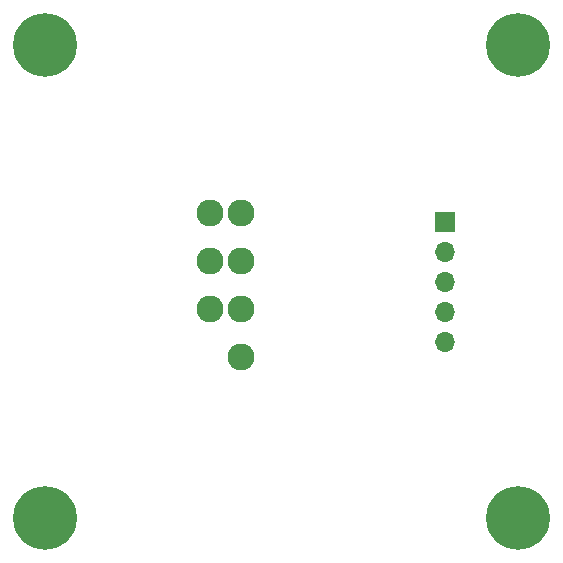
<source format=gbr>
%TF.GenerationSoftware,KiCad,Pcbnew,8.0.1*%
%TF.CreationDate,2024-05-22T16:22:40+01:00*%
%TF.ProjectId,NES_Controller_Breakout_Board,4e45535f-436f-46e7-9472-6f6c6c65725f,rev?*%
%TF.SameCoordinates,Original*%
%TF.FileFunction,Soldermask,Top*%
%TF.FilePolarity,Negative*%
%FSLAX46Y46*%
G04 Gerber Fmt 4.6, Leading zero omitted, Abs format (unit mm)*
G04 Created by KiCad (PCBNEW 8.0.1) date 2024-05-22 16:22:40*
%MOMM*%
%LPD*%
G01*
G04 APERTURE LIST*
%ADD10C,2.286000*%
%ADD11C,5.400000*%
%ADD12R,1.700000X1.700000*%
%ADD13O,1.700000X1.700000*%
G04 APERTURE END LIST*
D10*
%TO.C,J1*%
X153496653Y-126357655D03*
X153496653Y-122293655D03*
X153496653Y-118229655D03*
X153496653Y-114165655D03*
X150885253Y-114165655D03*
X150885253Y-118229655D03*
X150885253Y-122293655D03*
%TD*%
D11*
%TO.C,H2*%
X136900426Y-100000000D03*
%TD*%
D12*
%TO.C,J2*%
X170750000Y-115000000D03*
D13*
X170750000Y-117540000D03*
X170750000Y-120080000D03*
X170750000Y-122620000D03*
X170750000Y-125160000D03*
%TD*%
D11*
%TO.C,H1*%
X176900426Y-100000000D03*
%TD*%
%TO.C,H3*%
X176900426Y-140000000D03*
%TD*%
%TO.C,H4*%
X136900426Y-140000000D03*
%TD*%
M02*

</source>
